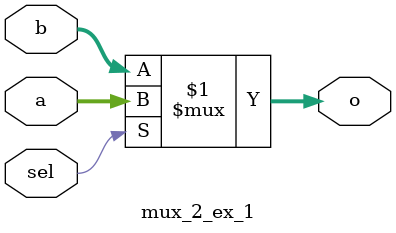
<source format=sv>
`timescale 1ns/1ns

module mux_2_ex_1(
    input [1:0] a,
    input [1:0] b,
    input sel,
    output [1:0] o
);

// if sel = 1, choose a, otherwise b
assign o = sel ? a : b;

endmodule
</source>
